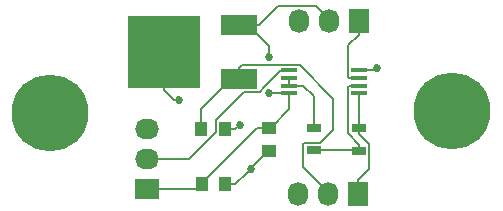
<source format=gtl>
G04 #@! TF.FileFunction,Copper,L1,Top,Signal*
%FSLAX46Y46*%
G04 Gerber Fmt 4.6, Leading zero omitted, Abs format (unit mm)*
G04 Created by KiCad (PCBNEW 4.0.1-stable) date Wednesday, June 29, 2016 'PMt' 09:03:30 PM*
%MOMM*%
G01*
G04 APERTURE LIST*
%ADD10C,0.100000*%
%ADD11R,1.000000X1.250000*%
%ADD12R,3.048000X1.651000*%
%ADD13R,6.096000X6.096000*%
%ADD14R,1.250000X1.000000*%
%ADD15R,1.727200X2.032000*%
%ADD16O,1.727200X2.032000*%
%ADD17R,1.300000X0.700000*%
%ADD18R,2.032000X1.727200*%
%ADD19O,2.032000X1.727200*%
%ADD20R,1.450000X0.450000*%
%ADD21C,6.500000*%
%ADD22C,0.685800*%
%ADD23C,0.152400*%
G04 APERTURE END LIST*
D10*
D11*
X182400000Y-99510000D03*
X184400000Y-99510000D03*
D12*
X185600000Y-90616000D03*
D13*
X179250000Y-88330000D03*
D12*
X185600000Y-86044000D03*
D11*
X182350000Y-94860000D03*
X184350000Y-94860000D03*
D14*
X188140000Y-94720000D03*
X188140000Y-96720000D03*
D15*
X195690000Y-85670000D03*
D16*
X193150000Y-85670000D03*
X190610000Y-85670000D03*
D15*
X195650000Y-100340000D03*
D16*
X193110000Y-100340000D03*
X190570000Y-100340000D03*
D17*
X191880000Y-94730000D03*
X191880000Y-96630000D03*
X195720000Y-96670000D03*
X195720000Y-94770000D03*
D18*
X177760000Y-99920000D03*
D19*
X177760000Y-97380000D03*
X177760000Y-94840000D03*
D20*
X195720000Y-91820000D03*
X195720000Y-91170000D03*
X195720000Y-90520000D03*
X195720000Y-89870000D03*
X189820000Y-89870000D03*
X189820000Y-90520000D03*
X189820000Y-91170000D03*
X189820000Y-91820000D03*
D21*
X203640000Y-93280000D03*
X169600000Y-93470000D03*
D22*
X188069998Y-91790000D03*
X188070000Y-88770000D03*
X186570000Y-98190000D03*
X180460000Y-92380000D03*
X185630000Y-94460000D03*
X197260000Y-89650000D03*
D23*
X193570000Y-92258518D02*
X193570000Y-94900000D01*
X191047119Y-96051399D02*
X191001399Y-96097119D01*
X193570000Y-94900000D02*
X192418601Y-96051399D01*
X191001399Y-98078999D02*
X193110000Y-100187600D01*
X192418601Y-96051399D02*
X191047119Y-96051399D01*
X193110000Y-100187600D02*
X193110000Y-100340000D01*
X191001399Y-96097119D02*
X191001399Y-98078999D01*
X185600000Y-90616000D02*
X185600000Y-89638100D01*
X185600000Y-89638100D02*
X185821701Y-89416399D01*
X185821701Y-89416399D02*
X190727881Y-89416399D01*
X190727881Y-89416399D02*
X193570000Y-92258518D01*
X182350000Y-94860000D02*
X182350000Y-93167500D01*
X182350000Y-93167500D02*
X184901500Y-90616000D01*
X184901500Y-90616000D02*
X185600000Y-90616000D01*
X188099998Y-91820000D02*
X188069998Y-91790000D01*
X189820000Y-91820000D02*
X188099998Y-91820000D01*
X185600000Y-86044000D02*
X186298500Y-86044000D01*
X186298500Y-86044000D02*
X188070000Y-87815500D01*
X188070000Y-87815500D02*
X188070000Y-88770000D01*
X185600000Y-86044000D02*
X187276400Y-86044000D01*
X187276400Y-86044000D02*
X188895010Y-84425390D01*
X192057790Y-84425390D02*
X193150000Y-85517600D01*
X188895010Y-84425390D02*
X192057790Y-84425390D01*
X193150000Y-85517600D02*
X193150000Y-85670000D01*
X188140000Y-94720000D02*
X187065000Y-94720000D01*
X187065000Y-94720000D02*
X182400000Y-99385000D01*
X182400000Y-99385000D02*
X182400000Y-99510000D01*
X189820000Y-91820000D02*
X189820000Y-93165000D01*
X189820000Y-93165000D02*
X188265000Y-94720000D01*
X188265000Y-94720000D02*
X188140000Y-94720000D01*
X177760000Y-99920000D02*
X181990000Y-99920000D01*
X181990000Y-99920000D02*
X182400000Y-99510000D01*
X195690000Y-85670000D02*
X195690000Y-86838400D01*
X195690000Y-86838400D02*
X194766399Y-87762001D01*
X194766399Y-87762001D02*
X194766399Y-90443799D01*
X194766399Y-90443799D02*
X194842600Y-90520000D01*
X194842600Y-90520000D02*
X195720000Y-90520000D01*
X195650000Y-100340000D02*
X195650000Y-99171600D01*
X195650000Y-99171600D02*
X196598601Y-98222999D01*
X196598601Y-98222999D02*
X196598601Y-96151001D01*
X196598601Y-96151001D02*
X195720000Y-95272400D01*
X195720000Y-95272400D02*
X195720000Y-94770000D01*
X195720000Y-91820000D02*
X195720000Y-94770000D01*
X189820000Y-90520000D02*
X189820000Y-91170000D01*
X191880000Y-94730000D02*
X191880000Y-92080000D01*
X191880000Y-92080000D02*
X190970000Y-91170000D01*
X190970000Y-91170000D02*
X190697400Y-91170000D01*
X190697400Y-91170000D02*
X189820000Y-91170000D01*
X195720000Y-91170000D02*
X194842600Y-91170000D01*
X194842600Y-91170000D02*
X194766399Y-91246201D01*
X194766399Y-91246201D02*
X194766399Y-95213999D01*
X194766399Y-95213999D02*
X195720000Y-96167600D01*
X195720000Y-96167600D02*
X195720000Y-96670000D01*
X191880000Y-96630000D02*
X195680000Y-96630000D01*
X195680000Y-96630000D02*
X195720000Y-96670000D01*
X177760000Y-97380000D02*
X181366482Y-97380000D01*
X181366482Y-97380000D02*
X183621399Y-95125083D01*
X183621399Y-95125083D02*
X183621399Y-94072119D01*
X183621399Y-94072119D02*
X186023417Y-91670101D01*
X186023417Y-91670101D02*
X187308417Y-91670101D01*
X187308417Y-91670101D02*
X187678518Y-91300000D01*
X187678518Y-91300000D02*
X187680000Y-91300000D01*
X187680000Y-91300000D02*
X189110000Y-89870000D01*
X189110000Y-89870000D02*
X189820000Y-89870000D01*
X185250000Y-99510000D02*
X186227101Y-98532899D01*
X186227101Y-98532899D02*
X186570000Y-98190000D01*
X184400000Y-99510000D02*
X185250000Y-99510000D01*
X186570000Y-98165000D02*
X186570000Y-98190000D01*
X188015000Y-96720000D02*
X186570000Y-98165000D01*
X188140000Y-96720000D02*
X188015000Y-96720000D01*
X179250000Y-88330000D02*
X179250000Y-91530400D01*
X179250000Y-91530400D02*
X180099600Y-92380000D01*
X180099600Y-92380000D02*
X180460000Y-92380000D01*
X184350000Y-94860000D02*
X185230000Y-94860000D01*
X185230000Y-94860000D02*
X185630000Y-94460000D01*
X195720000Y-89870000D02*
X197040000Y-89870000D01*
X197040000Y-89870000D02*
X197260000Y-89650000D01*
M02*

</source>
